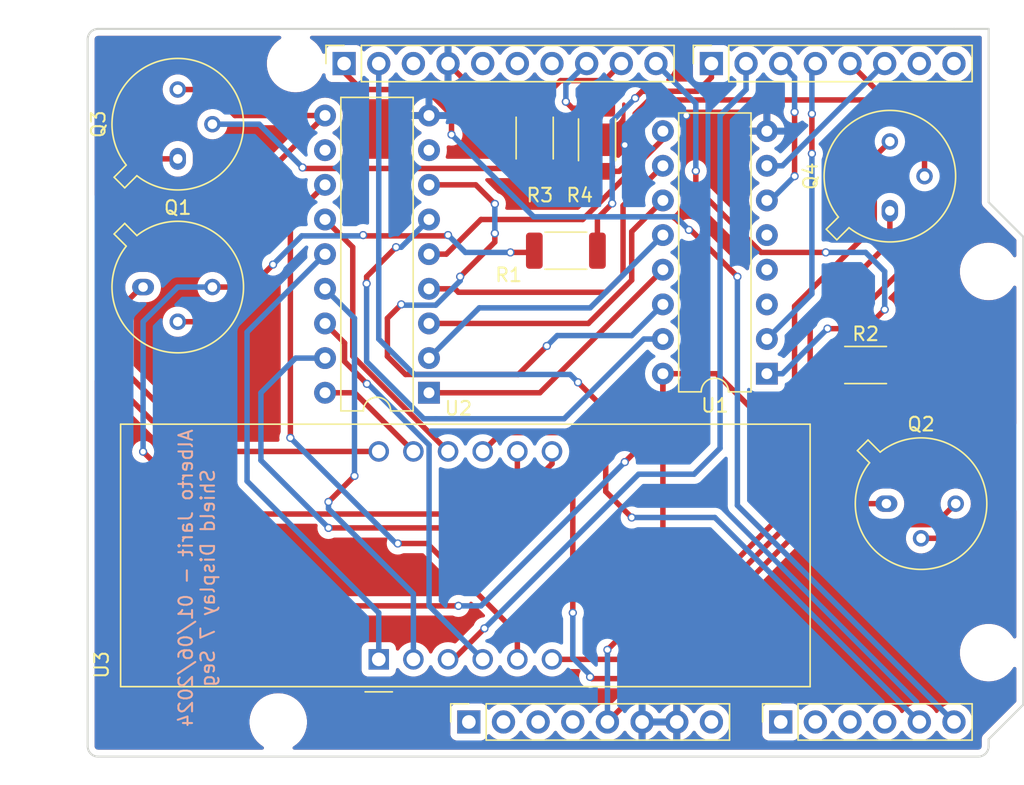
<source format=kicad_pcb>
(kicad_pcb (version 20211014) (generator pcbnew)
  (title_block (date "mar. 31 mars 2015"))
  (layers (0 "F.Cu" signal) (31 "B.Cu" signal) (34 "B.Paste" user) (35 "F.Paste" user) (36 "B.SilkS" user "B.Silkscreen") (37 "F.SilkS" user "F.Silkscreen") (38 "B.Mask" user) (39 "F.Mask" user) (44 "Edge.Cuts" user))
  (net 0 "")
  (net 1 "GND")
  (net 3 "+5V")
  (net 4 "/IOREF")
  (net 5 "/A0")
  (net 6 "/A1")
  (net 7 "/A2")
  (net 8 "/A3")
  (net 9 "/SDA{slash}A4")
  (net 10 "/SCL{slash}A5")
  (net 11 "/13")
  (net 12 "/12")
  (net 13 "/AREF")
  (net 14 "/8")
  (net 15 "/7")
  (net 16 "/*11")
  (net 17 "/*10")
  (net 18 "/*9")
  (net 19 "/4")
  (net 20 "/2")
  (net 21 "/*6")
  (net 22 "/*5")
  (net 23 "/TX{slash}1")
  (net 24 "/*3")
  (net 25 "/RX{slash}0")
  (net 26 "+3V3")
  (net 27 "VCC")
  (net 28 "/~{RESET}")
  (net 29 "Net-(Q1-Pad1)")
  (net 30 "Net-(Q1-Pad2)")
  (net 31 "Net-(Q2-Pad1)")
  (net 32 "Net-(Q2-Pad2)")
  (net 33 "Net-(Q3-Pad1)")
  (net 34 "Net-(Q3-Pad2)")
  (net 35 "Net-(Q4-Pad1)")
  (net 36 "Net-(Q4-Pad2)")
  (net 40 "Net-(U1-Pad9)")
  (net 41 "Net-(U1-Pad10)")
  (net 42 "Net-(U1-Pad11)")
  (net 43 "Net-(U1-Pad12)")
  (net 44 "Net-(U1-Pad13)")
  (net 45 "Net-(U1-Pad14)")
  (net 46 "Net-(U1-Pad15)")
  (net 49 "Net-(U2-Pad12)")
  (net 50 "Net-(U2-Pad13)")
  (net 51 "Net-(U2-Pad14)")
  (net 52 "Net-(U2-Pad15)")
  (net 53 "Net-(U2-Pad16)")
  (net 54 "Net-(U2-Pad17)")
  (net 55 "Net-(U2-Pad18)")
  (footprint "Connector_PinSocket_2.54mm:PinSocket_1x08_P2.54mm_Vertical" (layer "F.Cu") (at 127.94 97.46 90)
    (fp_text reference "J1" hide)
    (fp_text value "Power")
    (fp_line (start -1.33 19.11) (end 1.33 19.11) (layer "F.SilkS") (width 0.12))
    (fp_line (start 1.33 1.27) (end 1.33 19.11) (layer "F.SilkS") (width 0.12))
    (fp_line (start -1.33 1.27) (end 1.33 1.27) (layer "F.SilkS") (width 0.12))
    (fp_line (start 0 -1.33) (end 1.33 -1.33) (layer "F.SilkS") (width 0.12))
    (fp_line (start 1.33 -1.33) (end 1.33 0) (layer "F.SilkS") (width 0.12))
    (fp_line (start -1.33 1.27) (end -1.33 19.11) (layer "F.SilkS") (width 0.12))
    (pad "1" thru_hole rect locked (at 0 0 90) (size 1.7 1.7) (drill 1) (layers *.Cu *.Mask))
    (pad "2" thru_hole oval locked (at 0 2.54 90) (size 1.7 1.7) (drill 1) (layers *.Cu *.Mask) (net 4 "/IOREF"))
    (pad "3" thru_hole oval locked (at 0 5.08 90) (size 1.7 1.7) (drill 1) (layers *.Cu *.Mask) (net 28 "/~{RESET}"))
    (pad "4" thru_hole oval locked (at 0 7.62 90) (size 1.7 1.7) (drill 1) (layers *.Cu *.Mask) (net 26 "+3V3"))
    (pad "5" thru_hole oval locked (at 0 10.16 90) (size 1.7 1.7) (drill 1) (layers *.Cu *.Mask) (net 3 "+5V"))
    (pad "6" thru_hole oval locked (at 0 12.7 90) (size 1.7 1.7) (drill 1) (layers *.Cu *.Mask) (net 1 "GND"))
    (pad "7" thru_hole oval locked (at 0 15.24 90) (size 1.7 1.7) (drill 1) (layers *.Cu *.Mask) (net 1 "GND"))
    (pad "8" thru_hole oval locked (at 0 17.78 90) (size 1.7 1.7) (drill 1) (layers *.Cu *.Mask) (net 27 "VCC"))
  )
  (footprint "Connector_PinSocket_2.54mm:PinSocket_1x06_P2.54mm_Vertical" (layer "F.Cu") (at 150.8 97.46 90)
    (fp_text reference "J3" hide)
    (fp_text value "Analog")
    (fp_line (start 1.33 1.27) (end 1.33 14.03) (layer "F.SilkS") (width 0.12))
    (fp_line (start 0 -1.33) (end 1.33 -1.33) (layer "F.SilkS") (width 0.12))
    (fp_line (start -1.33 1.27) (end 1.33 1.27) (layer "F.SilkS") (width 0.12))
    (fp_line (start -1.33 1.27) (end -1.33 14.03) (layer "F.SilkS") (width 0.12))
    (fp_line (start -1.33 14.03) (end 1.33 14.03) (layer "F.SilkS") (width 0.12))
    (fp_line (start 1.33 -1.33) (end 1.33 0) (layer "F.SilkS") (width 0.12))
    (pad "1" thru_hole rect locked (at 0 0 90) (size 1.7 1.7) (drill 1) (layers *.Cu *.Mask) (net 5 "/A0"))
    (pad "2" thru_hole oval locked (at 0 2.54 90) (size 1.7 1.7) (drill 1) (layers *.Cu *.Mask) (net 6 "/A1"))
    (pad "3" thru_hole oval locked (at 0 5.08 90) (size 1.7 1.7) (drill 1) (layers *.Cu *.Mask) (net 7 "/A2"))
    (pad "4" thru_hole oval locked (at 0 7.62 90) (size 1.7 1.7) (drill 1) (layers *.Cu *.Mask) (net 8 "/A3"))
    (pad "5" thru_hole oval locked (at 0 10.16 90) (size 1.7 1.7) (drill 1) (layers *.Cu *.Mask) (net 9 "/SDA{slash}A4"))
    (pad "6" thru_hole oval locked (at 0 12.7 90) (size 1.7 1.7) (drill 1) (layers *.Cu *.Mask) (net 10 "/SCL{slash}A5"))
  )
  (footprint "Connector_PinSocket_2.54mm:PinSocket_1x10_P2.54mm_Vertical" (layer "F.Cu") (at 118.796 49.2 90)
    (fp_text reference "J2" hide)
    (fp_text value "Digital/PWM")
    (fp_line (start -1.33 24.19) (end 1.33 24.19) (layer "F.SilkS") (width 0.12))
    (fp_line (start -1.33 1.27) (end -1.33 24.19) (layer "F.SilkS") (width 0.12))
    (fp_line (start 1.33 -1.33) (end 1.33 0) (layer "F.SilkS") (width 0.12))
    (fp_line (start 0 -1.33) (end 1.33 -1.33) (layer "F.SilkS") (width 0.12))
    (fp_line (start 1.33 1.27) (end 1.33 24.19) (layer "F.SilkS") (width 0.12))
    (fp_line (start -1.33 1.27) (end 1.33 1.27) (layer "F.SilkS") (width 0.12))
    (pad "1" thru_hole rect locked (at 0 0 90) (size 1.7 1.7) (drill 1) (layers *.Cu *.Mask) (net 10 "/SCL{slash}A5"))
    (pad "2" thru_hole oval locked (at 0 2.54 90) (size 1.7 1.7) (drill 1) (layers *.Cu *.Mask) (net 9 "/SDA{slash}A4"))
    (pad "3" thru_hole oval locked (at 0 5.08 90) (size 1.7 1.7) (drill 1) (layers *.Cu *.Mask) (net 13 "/AREF"))
    (pad "4" thru_hole oval locked (at 0 7.62 90) (size 1.7 1.7) (drill 1) (layers *.Cu *.Mask) (net 1 "GND"))
    (pad "5" thru_hole oval locked (at 0 10.16 90) (size 1.7 1.7) (drill 1) (layers *.Cu *.Mask) (net 11 "/13"))
    (pad "6" thru_hole oval locked (at 0 12.7 90) (size 1.7 1.7) (drill 1) (layers *.Cu *.Mask) (net 12 "/12"))
    (pad "7" thru_hole oval locked (at 0 15.24 90) (size 1.7 1.7) (drill 1) (layers *.Cu *.Mask) (net 16 "/*11"))
    (pad "8" thru_hole oval locked (at 0 17.78 90) (size 1.7 1.7) (drill 1) (layers *.Cu *.Mask) (net 17 "/*10"))
    (pad "9" thru_hole oval locked (at 0 20.32 90) (size 1.7 1.7) (drill 1) (layers *.Cu *.Mask) (net 18 "/*9"))
    (pad "10" thru_hole oval locked (at 0 22.86 90) (size 1.7 1.7) (drill 1) (layers *.Cu *.Mask) (net 14 "/8"))
  )
  (footprint "Connector_PinSocket_2.54mm:PinSocket_1x08_P2.54mm_Vertical" (layer "F.Cu") (at 145.72 49.2 90)
    (fp_text reference "J4" hide)
    (fp_text value "Digital/PWM")
    (fp_line (start -1.33 19.11) (end 1.33 19.11) (layer "F.SilkS") (width 0.12))
    (fp_line (start -1.33 1.27) (end -1.33 19.11) (layer "F.SilkS") (width 0.12))
    (fp_line (start 0 -1.33) (end 1.33 -1.33) (layer "F.SilkS") (width 0.12))
    (fp_line (start -1.33 1.27) (end 1.33 1.27) (layer "F.SilkS") (width 0.12))
    (fp_line (start 1.33 -1.33) (end 1.33 0) (layer "F.SilkS") (width 0.12))
    (fp_line (start 1.33 1.27) (end 1.33 19.11) (layer "F.SilkS") (width 0.12))
    (pad "1" thru_hole rect locked (at 0 0 90) (size 1.7 1.7) (drill 1) (layers *.Cu *.Mask) (net 15 "/7"))
    (pad "2" thru_hole oval locked (at 0 2.54 90) (size 1.7 1.7) (drill 1) (layers *.Cu *.Mask) (net 21 "/*6"))
    (pad "3" thru_hole oval locked (at 0 5.08 90) (size 1.7 1.7) (drill 1) (layers *.Cu *.Mask) (net 22 "/*5"))
    (pad "4" thru_hole oval locked (at 0 7.62 90) (size 1.7 1.7) (drill 1) (layers *.Cu *.Mask) (net 19 "/4"))
    (pad "5" thru_hole oval locked (at 0 10.16 90) (size 1.7 1.7) (drill 1) (layers *.Cu *.Mask) (net 24 "/*3"))
    (pad "6" thru_hole oval locked (at 0 12.7 90) (size 1.7 1.7) (drill 1) (layers *.Cu *.Mask) (net 20 "/2"))
    (pad "7" thru_hole oval locked (at 0 15.24 90) (size 1.7 1.7) (drill 1) (layers *.Cu *.Mask) (net 23 "/TX{slash}1"))
    (pad "8" thru_hole oval locked (at 0 17.78 90) (size 1.7 1.7) (drill 1) (layers *.Cu *.Mask) (net 25 "/RX{slash}0"))
  )
  (footprint "Resistor_SMD:R_2010_5025Metric" (layer "F.Cu") (at 137.338 54.788 -90)
    (fp_text reference "R4" (at 4.064 1.27 180) (layer "F.SilkS"))
    (fp_text value "10k")
    (fp_line (start -1.527064 -1.36) (end 1.527064 -1.36) (layer "F.SilkS") (width 0.12))
    (fp_line (start -1.527064 1.36) (end 1.527064 1.36) (layer "F.SilkS") (width 0.12))
    (pad "1" smd roundrect (at -2.3125 0 270) (size 1.225 2.65) (layers "F.Cu" "F.Paste" "F.Mask") (roundrect_rratio 0.2040816327) (net 17 "/*10"))
    (pad "2" smd roundrect (at 2.3125 0 270) (size 1.225 2.65) (layers "F.Cu" "F.Paste" "F.Mask") (roundrect_rratio 0.2040816327) (net 36 "Net-(Q4-Pad2)"))
  )
  (footprint "Resistor_SMD:R_2010_5025Metric" (layer "F.Cu") (at 132.766 54.661 -90)
    (fp_text reference "R3" (at 4.191 -0.381 180) (layer "F.SilkS"))
    (fp_text value "10k")
    (fp_line (start -1.527064 -1.36) (end 1.527064 -1.36) (layer "F.SilkS") (width 0.12))
    (fp_line (start -1.527064 1.36) (end 1.527064 1.36) (layer "F.SilkS") (width 0.12))
    (pad "1" smd roundrect (at -2.3125 0 270) (size 1.225 2.65) (layers "F.Cu" "F.Paste" "F.Mask") (roundrect_rratio 0.2040816327) (net 18 "/*9"))
    (pad "2" smd roundrect (at 2.3125 0 270) (size 1.225 2.65) (layers "F.Cu" "F.Paste" "F.Mask") (roundrect_rratio 0.2040816327) (net 34 "Net-(Q3-Pad2)"))
  )
  (footprint "Display_7Segment:CA56-12EWA" (layer "F.Cu") (at 121.336 92.8725 90)
    (fp_text reference "U3" (at -0.4 -20.31 90) (layer "F.SilkS"))
    (fp_text value "CA56-12EWA")
    (fp_line (start 17.24 31.62) (end 17.24 -18.92) (layer "F.SilkS") (width 0.12))
    (fp_line (start -2.38 -1) (end -2.38 1) (layer "F.SilkS") (width 0.12))
    (fp_line (start -2 31.62) (end 17.24 31.62) (layer "F.SilkS") (width 0.12))
    (fp_line (start -2 -18.92) (end -2 31.62) (layer "F.SilkS") (width 0.12))
    (fp_line (start -2 -18.92) (end 17.24 -18.92) (layer "F.SilkS") (width 0.12))
    (pad "1" thru_hole rect (at 0 0 90) (size 1.5 1.5) (drill 1) (layers *.Cu *.Mask) (net 51 "Net-(U2-Pad14)"))
    (pad "2" thru_hole circle (at 0 2.54 90) (size 1.5 1.5) (drill 1) (layers *.Cu *.Mask) (net 52 "Net-(U2-Pad15)"))
    (pad "3" thru_hole circle (at 0 5.08 90) (size 1.5 1.5) (drill 1) (layers *.Cu *.Mask) (net 21 "/*6"))
    (pad "4" thru_hole circle (at 0 7.62 90) (size 1.5 1.5) (drill 1) (layers *.Cu *.Mask) (net 53 "Net-(U2-Pad16)"))
    (pad "5" thru_hole circle (at 0 10.16 90) (size 1.5 1.5) (drill 1) (layers *.Cu *.Mask) (net 49 "Net-(U2-Pad12)"))
    (pad "6" thru_hole circle (at 0 12.7 90) (size 1.5 1.5) (drill 1) (layers *.Cu *.Mask) (net 35 "Net-(Q4-Pad1)"))
    (pad "7" thru_hole circle (at 15.24 12.7 90) (size 1.5 1.5) (drill 1) (layers *.Cu *.Mask) (net 54 "Net-(U2-Pad17)"))
    (pad "8" thru_hole circle (at 15.24 10.16 90) (size 1.5 1.5) (drill 1) (layers *.Cu *.Mask) (net 33 "Net-(Q3-Pad1)"))
    (pad "9" thru_hole circle (at 15.24 7.62 90) (size 1.5 1.5) (drill 1) (layers *.Cu *.Mask) (net 31 "Net-(Q2-Pad1)"))
    (pad "10" thru_hole circle (at 15.24 5.08 90) (size 1.5 1.5) (drill 1) (layers *.Cu *.Mask) (net 50 "Net-(U2-Pad13)"))
    (pad "11" thru_hole circle (at 15.24 2.54 90) (size 1.5 1.5) (drill 1) (layers *.Cu *.Mask) (net 55 "Net-(U2-Pad18)"))
    (pad "12" thru_hole circle (at 15.24 0 90) (size 1.5 1.5) (drill 1) (layers *.Cu *.Mask) (net 29 "Net-(Q1-Pad1)"))
  )
  (footprint "Package_TO_SOT_THT:TO-39-3" (layer "F.Cu") (at 158.801 59.995 90)
    (fp_text reference "Q4" (at 2.54 -5.82 90) (layer "F.SilkS"))
    (fp_text value "2N2219")
    (fp_line (start -1.348039 -4.665856) (end -2.125856 -3.888039) (layer "F.SilkS") (width 0.12))
    (fp_line (start -0.457084 -3.774902) (end -1.348039 -4.665856) (layer "F.SilkS") (width 0.12))
    (fp_line (start -2.125856 -3.888039) (end -1.234902 -2.997084) (layer "F.SilkS") (width 0.12))
    (fp_arc (start -0.457084 -3.774902) (mid 5.948125 3.408384) (end -1.234674 -2.997371) (layer "F.SilkS") (width 0.12))
    (pad "1" thru_hole oval (at 0 0 90) (size 1.6 1.2) (drill 0.7) (layers *.Cu *.Mask) (net 35 "Net-(Q4-Pad1)"))
    (pad "2" thru_hole oval (at 2.54 2.54 90) (size 1.2 1.2) (drill 0.7) (layers *.Cu *.Mask) (net 36 "Net-(Q4-Pad2)"))
    (pad "3" thru_hole oval (at 5.08 0 90) (size 1.2 1.2) (drill 0.7) (layers *.Cu *.Mask) (net 3 "+5V"))
  )
  (footprint "Package_TO_SOT_THT:TO-39-3" (layer "F.Cu") (at 158.547 81.458)
    (fp_text reference "Q2" (at 2.54 -5.82) (layer "F.SilkS"))
    (fp_text value "2N2219")
    (fp_line (start -0.457084 -3.774902) (end -1.348039 -4.665856) (layer "F.SilkS") (width 0.12))
    (fp_line (start -1.348039 -4.665856) (end -2.125856 -3.888039) (layer "F.SilkS") (width 0.12))
    (fp_line (start -2.125856 -3.888039) (end -1.234902 -2.997084) (layer "F.SilkS") (width 0.12))
    (fp_arc (start -0.457084 -3.774902) (mid 5.948125 3.408384) (end -1.234674 -2.997371) (layer "F.SilkS") (width 0.12))
    (pad "1" thru_hole oval (at 0 0) (size 1.6 1.2) (drill 0.7) (layers *.Cu *.Mask) (net 31 "Net-(Q2-Pad1)"))
    (pad "2" thru_hole oval (at 2.54 2.54) (size 1.2 1.2) (drill 0.7) (layers *.Cu *.Mask) (net 32 "Net-(Q2-Pad2)"))
    (pad "3" thru_hole oval (at 5.08 0) (size 1.2 1.2) (drill 0.7) (layers *.Cu *.Mask) (net 3 "+5V"))
  )
  (footprint "Package_DIP:DIP-16_W7.62mm" (layer "F.Cu") (at 149.784 71.933 180)
    (fp_text reference "U1" (at 3.81 -2.33) (layer "F.SilkS"))
    (fp_text value "74LS247")
    (fp_line (start 2.81 -1.33) (end 1.16 -1.33) (layer "F.SilkS") (width 0.12))
    (fp_line (start 1.16 19.11) (end 6.46 19.11) (layer "F.SilkS") (width 0.12))
    (fp_line (start 6.46 19.11) (end 6.46 -1.33) (layer "F.SilkS") (width 0.12))
    (fp_line (start 6.46 -1.33) (end 4.81 -1.33) (layer "F.SilkS") (width 0.12))
    (fp_line (start 1.16 -1.33) (end 1.16 19.11) (layer "F.SilkS") (width 0.12))
    (fp_arc (start 4.81 -1.33) (mid 3.81 -0.33) (end 2.81 -1.33) (layer "F.SilkS") (width 0.12))
    (pad "1" thru_hole rect (at 0 0 180) (size 1.6 1.6) (drill 0.8) (layers *.Cu *.Mask) (net 24 "/*3"))
    (pad "2" thru_hole oval (at 0 2.54 180) (size 1.6 1.6) (drill 0.8) (layers *.Cu *.Mask) (net 19 "/4"))
    (pad "3" thru_hole oval (at 0 5.08 180) (size 1.6 1.6) (drill 0.8) (layers *.Cu *.Mask))
    (pad "4" thru_hole oval (at 0 7.62 180) (size 1.6 1.6) (drill 0.8) (layers *.Cu *.Mask))
    (pad "5" thru_hole oval (at 0 10.16 180) (size 1.6 1.6) (drill 0.8) (layers *.Cu *.Mask))
    (pad "6" thru_hole oval (at 0 12.7 180) (size 1.6 1.6) (drill 0.8) (layers *.Cu *.Mask) (net 22 "/*5"))
    (pad "7" thru_hole oval (at 0 15.24 180) (size 1.6 1.6) (drill 0.8) (layers *.Cu *.Mask) (net 20 "/2"))
    (pad "8" thru_hole oval (at 0 17.78 180) (size 1.6 1.6) (drill 0.8) (layers *.Cu *.Mask) (net 1 "GND"))
    (pad "9" thru_hole oval (at 7.62 17.78 180) (size 1.6 1.6) (drill 0.8) (layers *.Cu *.Mask) (net 40 "Net-(U1-Pad9)"))
    (pad "10" thru_hole oval (at 7.62 15.24 180) (size 1.6 1.6) (drill 0.8) (layers *.Cu *.Mask) (net 41 "Net-(U1-Pad10)"))
    (pad "11" thru_hole oval (at 7.62 12.7 180) (size 1.6 1.6) (drill 0.8) (layers *.Cu *.Mask) (net 42 "Net-(U1-Pad11)"))
    (pad "12" thru_hole oval (at 7.62 10.16 180) (size 1.6 1.6) (drill 0.8) (layers *.Cu *.Mask) (net 43 "Net-(U1-Pad12)"))
    (pad "13" thru_hole oval (at 7.62 7.62 180) (size 1.6 1.6) (drill 0.8) (layers *.Cu *.Mask) (net 44 "Net-(U1-Pad13)"))
    (pad "14" thru_hole oval (at 7.62 5.08 180) (size 1.6 1.6) (drill 0.8) (layers *.Cu *.Mask) (net 45 "Net-(U1-Pad14)"))
    (pad "15" thru_hole oval (at 7.62 2.54 180) (size 1.6 1.6) (drill 0.8) (layers *.Cu *.Mask) (net 46 "Net-(U1-Pad15)"))
    (pad "16" thru_hole oval (at 7.62 0 180) (size 1.6 1.6) (drill 0.8) (layers *.Cu *.Mask) (net 3 "+5V"))
  )
  (footprint "Arduino_MountingHole:MountingHole_3.2mm" (layer "F.Cu") (at 115.24 49.2)
    (fp_text reference "MH1" hide)
    (fp_text value "MountingHole_3.2mm" hide)
    (pad "" np_thru_hole circle locked (at 0 0) (size 3.2 3.2) (drill 3.2) (layers *.Cu *.Mask))
  )
  (footprint "Package_TO_SOT_THT:TO-39-3" (layer "F.Cu") (at 104.064 65.583)
    (fp_text reference "Q1" (at 2.54 -5.82) (layer "F.SilkS"))
    (fp_text value "2N2219")
    (fp_line (start -0.457084 -3.774902) (end -1.348039 -4.665856) (layer "F.SilkS") (width 0.12))
    (fp_line (start -2.125856 -3.888039) (end -1.234902 -2.997084) (layer "F.SilkS") (width 0.12))
    (fp_line (start -1.348039 -4.665856) (end -2.125856 -3.888039) (layer "F.SilkS") (width 0.12))
    (fp_arc (start -0.457084 -3.774902) (mid 5.948125 3.408384) (end -1.234674 -2.997371) (layer "F.SilkS") (width 0.12))
    (pad "1" thru_hole oval (at 0 0) (size 1.6 1.2) (drill 0.7) (layers *.Cu *.Mask) (net 29 "Net-(Q1-Pad1)"))
    (pad "2" thru_hole oval (at 2.54 2.54) (size 1.2 1.2) (drill 0.7) (layers *.Cu *.Mask) (net 30 "Net-(Q1-Pad2)"))
    (pad "3" thru_hole oval (at 5.08 0) (size 1.2 1.2) (drill 0.7) (layers *.Cu *.Mask) (net 3 "+5V"))
  )
  (footprint "Package_DIP:DIP-18_W7.62mm" (layer "F.Cu") (at 125.019 73.33 180)
    (fp_text reference "U2" (at -2.159 -1.143) (layer "F.SilkS"))
    (fp_text value "ULN2803A")
    (fp_line (start 6.46 21.65) (end 6.46 -1.33) (layer "F.SilkS") (width 0.12))
    (fp_line (start 1.16 21.65) (end 6.46 21.65) (layer "F.SilkS") (width 0.12))
    (fp_line (start 6.46 -1.33) (end 4.81 -1.33) (layer "F.SilkS") (width 0.12))
    (fp_line (start 2.81 -1.33) (end 1.16 -1.33) (layer "F.SilkS") (width 0.12))
    (fp_line (start 1.16 -1.33) (end 1.16 21.65) (layer "F.SilkS") (width 0.12))
    (fp_arc (start 4.81 -1.33) (mid 3.81 -0.33) (end 2.81 -1.33) (layer "F.SilkS") (width 0.12))
    (pad "1" thru_hole rect (at 0 0 180) (size 1.6 1.6) (drill 0.8) (layers *.Cu *.Mask) (net 44 "Net-(U1-Pad13)"))
    (pad "2" thru_hole oval (at 0 2.54 180) (size 1.6 1.6) (drill 0.8) (layers *.Cu *.Mask) (net 43 "Net-(U1-Pad12)"))
    (pad "3" thru_hole oval (at 0 5.08 180) (size 1.6 1.6) (drill 0.8) (layers *.Cu *.Mask) (net 42 "Net-(U1-Pad11)"))
    (pad "4" thru_hole oval (at 0 7.62 180) (size 1.6 1.6) (drill 0.8) (layers *.Cu *.Mask) (net 41 "Net-(U1-Pad10)"))
    (pad "5" thru_hole oval (at 0 10.16 180) (size 1.6 1.6) (drill 0.8) (layers *.Cu *.Mask) (net 40 "Net-(U1-Pad9)"))
    (pad "6" thru_hole oval (at 0 12.7 180) (size 1.6 1.6) (drill 0.8) (layers *.Cu *.Mask) (net 46 "Net-(U1-Pad15)"))
    (pad "7" thru_hole oval (at 0 15.24 180) (size 1.6 1.6) (drill 0.8) (layers *.Cu *.Mask) (net 45 "Net-(U1-Pad14)"))
    (pad "8" thru_hole oval (at 0 17.78 180) (size 1.6 1.6) (drill 0.8) (layers *.Cu *.Mask))
    (pad "9" thru_hole oval (at 0 20.32 180) (size 1.6 1.6) (drill 0.8) (layers *.Cu *.Mask) (net 1 "GND"))
    (pad "10" thru_hole oval (at 7.62 20.32 180) (size 1.6 1.6) (drill 0.8) (layers *.Cu *.Mask) (net 3 "+5V"))
    (pad "11" thru_hole oval (at 7.62 17.78 180) (size 1.6 1.6) (drill 0.8) (layers *.Cu *.Mask))
    (pad "12" thru_hole oval (at 7.62 15.24 180) (size 1.6 1.6) (drill 0.8) (layers *.Cu *.Mask) (net 49 "Net-(U2-Pad12)"))
    (pad "13" thru_hole oval (at 7.62 12.7 180) (size 1.6 1.6) (drill 0.8) (layers *.Cu *.Mask) (net 50 "Net-(U2-Pad13)"))
    (pad "14" thru_hole oval (at 7.62 10.16 180) (size 1.6 1.6) (drill 0.8) (layers *.Cu *.Mask) (net 51 "Net-(U2-Pad14)"))
    (pad "15" thru_hole oval (at 7.62 7.62 180) (size 1.6 1.6) (drill 0.8) (layers *.Cu *.Mask) (net 52 "Net-(U2-Pad15)"))
    (pad "16" thru_hole oval (at 7.62 5.08 180) (size 1.6 1.6) (drill 0.8) (layers *.Cu *.Mask) (net 53 "Net-(U2-Pad16)"))
    (pad "17" thru_hole oval (at 7.62 2.54 180) (size 1.6 1.6) (drill 0.8) (layers *.Cu *.Mask) (net 54 "Net-(U2-Pad17)"))
    (pad "18" thru_hole oval (at 7.62 0 180) (size 1.6 1.6) (drill 0.8) (layers *.Cu *.Mask) (net 55 "Net-(U2-Pad18)"))
  )
  (footprint "Resistor_SMD:R_2010_5025Metric" (layer "F.Cu") (at 157.023 71.298)
    (fp_text reference "R2" (at 0 -2.28) (layer "F.SilkS"))
    (fp_text value "10k")
    (fp_line (start -1.527064 -1.36) (end 1.527064 -1.36) (layer "F.SilkS") (width 0.12))
    (fp_line (start -1.527064 1.36) (end 1.527064 1.36) (layer "F.SilkS") (width 0.12))
    (pad "1" smd roundrect (at -2.3125 0) (size 1.225 2.65) (layers "F.Cu" "F.Paste" "F.Mask") (roundrect_rratio 0.2040816327) (net 14 "/8"))
    (pad "2" smd roundrect (at 2.3125 0) (size 1.225 2.65) (layers "F.Cu" "F.Paste" "F.Mask") (roundrect_rratio 0.2040816327) (net 32 "Net-(Q2-Pad2)"))
  )
  (footprint "Arduino_MountingHole:MountingHole_3.2mm" (layer "F.Cu") (at 113.97 97.46)
    (fp_text reference "MH2" hide)
    (fp_text value "MountingHole_3.2mm" hide)
    (pad "" np_thru_hole circle locked (at 0 0) (size 3.2 3.2) (drill 3.2) (layers *.Cu *.Mask))
  )
  (footprint "Arduino_MountingHole:MountingHole_3.2mm" (layer "F.Cu") (at 166.04 64.44)
    (fp_text reference "MH3" hide)
    (fp_text value "MountingHole_3.2mm" hide)
    (pad "" np_thru_hole circle locked (at 0 0) (size 3.2 3.2) (drill 3.2) (layers *.Cu *.Mask))
  )
  (footprint "Arduino_MountingHole:MountingHole_3.2mm" (layer "F.Cu") (at 166.04 92.38)
    (fp_text reference "MH4" hide)
    (fp_text value "MountingHole_3.2mm" hide)
    (pad "" np_thru_hole circle locked (at 0 0) (size 3.2 3.2) (drill 3.2) (layers *.Cu *.Mask))
  )
  (footprint "Resistor_SMD:R_2010_5025Metric" (layer "F.Cu") (at 135.052 62.916 180)
    (fp_text reference "R1" (at 4.191 -1.778) (layer "F.SilkS"))
    (fp_text value "10k")
    (fp_line (start -1.527064 1.36) (end 1.527064 1.36) (layer "F.SilkS") (width 0.12))
    (fp_line (start -1.527064 -1.36) (end 1.527064 -1.36) (layer "F.SilkS") (width 0.12))
    (pad "1" smd roundrect (at -2.3125 0 180) (size 1.225 2.65) (layers "F.Cu" "F.Paste" "F.Mask") (roundrect_rratio 0.2040816327) (net 15 "/7"))
    (pad "2" smd roundrect (at 2.3125 0 180) (size 1.225 2.65) (layers "F.Cu" "F.Paste" "F.Mask") (roundrect_rratio 0.2040816327) (net 30 "Net-(Q1-Pad2)"))
  )
  (footprint "Package_TO_SOT_THT:TO-39-3" (layer "F.Cu") (at 106.604 56.185 90)
    (fp_text reference "Q3" (at 2.54 -5.82 90) (layer "F.SilkS"))
    (fp_text value "2N2219")
    (fp_line (start -1.348039 -4.665856) (end -2.125856 -3.888039) (layer "F.SilkS") (width 0.12))
    (fp_line (start -2.125856 -3.888039) (end -1.234902 -2.997084) (layer "F.SilkS") (width 0.12))
    (fp_line (start -0.457084 -3.774902) (end -1.348039 -4.665856) (layer "F.SilkS") (width 0.12))
    (fp_arc (start -0.457084 -3.774902) (mid 5.948125 3.408384) (end -1.234674 -2.997371) (layer "F.SilkS") (width 0.12))
    (pad "1" thru_hole oval (at 0 0 90) (size 1.6 1.2) (drill 0.7) (layers *.Cu *.Mask) (net 33 "Net-(Q3-Pad1)"))
    (pad "2" thru_hole oval (at 2.54 2.54 90) (size 1.2 1.2) (drill 0.7) (layers *.Cu *.Mask) (net 34 "Net-(Q3-Pad2)"))
    (pad "3" thru_hole oval (at 5.08 0 90) (size 1.2 1.2) (drill 0.7) (layers *.Cu *.Mask) (net 3 "+5V"))
  )
  (gr_line (start 166.04 59.36) (end 168.58 61.9) (layer "Edge.Cuts") (width 0.15))
  (gr_line (start 100 99.238) (end 100 47.422) (layer "Edge.Cuts") (width 0.15))
  (gr_line (start 166.04 49.2) (end 166.04 46.66) (layer "Edge.Cuts") (width 0.15))
  (gr_line (start 168.58 61.9) (end 168.58 96.19) (layer "Edge.Cuts") (width 0.15))
  (gr_line (start 165.278 100) (end 100.762 100) (layer "Edge.Cuts") (width 0.15))
  (gr_line (start 100.762 46.66) (end 163.5 46.66) (layer "Edge.Cuts") (width 0.15))
  (gr_arc (start 100.762 100) (mid 100.223185 99.776815) (end 100 99.238) (layer "Edge.Cuts") (width 0.15))
  (gr_line (start 168.58 96.19) (end 166.04 98.73) (layer "Edge.Cuts") (width 0.15))
  (gr_line (start 163.5 46.66) (end 166.04 46.66) (layer "Edge.Cuts") (width 0.15))
  (gr_arc (start 166.04 99.238) (mid 165.816815 99.776815) (end 165.278 100) (layer "Edge.Cuts") (width 0.15))
  (gr_line (start 166.04 49.2) (end 166.04 59.36) (layer "Edge.Cuts") (width 0.15))
  (gr_line (start 166.04 98.73) (end 166.04 99.238) (layer "Edge.Cuts") (width 0.15))
  (gr_arc (start 100 47.422) (mid 100.223185 46.883185) (end 100.762 46.66) (layer "Edge.Cuts") (width 0.15))
  (gr_text "Alberto Jarit - 01/06/2024\nShield Display 7 Seg" (at 108.001 86.919 90) (layer "B.SilkS") (effects (font (size 1 1)) (justify mirror)))
  (segment (start 149.784 54.153) (end 145.0205 54.153) (width 0.4) (layer "F.Cu") (net 1))
  (segment (start 145.0205 54.153) (end 143.8775 53.01) (width 0.4) (layer "F.Cu") (net 1))
  (segment (start 132.385 55.169) (end 126.416 49.2) (width 0.4) (layer "F.Cu") (net 1))
  (segment (start 139.37 55.169) (end 132.385 55.169) (width 0.4) (layer "F.Cu") (net 1))
  (via (at 143.8775 53.01) (size 0.6) (drill 0.4) (layers "F.Cu" "B.Cu") (net 1))
  (via (at 139.37 55.169) (size 0.6) (drill 0.4) (layers "F.Cu" "B.Cu") (net 1))
  (segment (start 143.8205 52.953) (end 141.586 52.953) (width 0.4) (layer "B.Cu") (net 1))
  (segment (start 143.8775 53.01) (end 143.8205 52.953) (width 0.4) (layer "B.Cu") (net 1))
  (segment (start 141.586 52.953) (end 139.37 55.169) (width 0.4) (layer "B.Cu") (net 1))
  (segment (start 146.101 71.933) (end 148.641 74.473) (width 0.4) (layer "F.Cu") (net 3))
  (segment (start 142.164 75.616) (end 139.37 78.41) (width 0.4) (layer "F.Cu") (net 3))
  (segment (start 108.89 51.105) (end 106.604 51.105) (width 0.4) (layer "F.Cu") (net 3))
  (segment (start 142.164 71.933) (end 142.164 75.616) (width 0.4) (layer "F.Cu") (net 3))
  (segment (start 150.292 74.473) (end 151.816 72.949) (width 0.4) (layer "F.Cu") (net 3))
  (segment (start 148.641 74.473) (end 150.292 74.473) (width 0.4) (layer "F.Cu") (net 3))
  (segment (start 142.164 88.109) (end 138.1 92.173) (width 0.4) (layer "F.Cu") (net 3))
  (segment (start 110.414 65.583) (end 109.144 65.583) (width 0.4) (layer "F.Cu") (net 3))
  (segment (start 112.954 57.455) (end 112.954 63.043) (width 0.4) (layer "F.Cu") (net 3))
  (segment (start 142.164 71.933) (end 146.101 71.933) (width 0.4) (layer "F.Cu") (net 3))
  (segment (start 110.795 53.01) (end 108.89 51.105) (width 0.4) (layer "F.Cu") (net 3))
  (segment (start 152.562 82.998) (end 138.1 97.46) (width 0.4) (layer "F.Cu") (net 3))
  (segment (start 142.164 71.933) (end 142.164 88.109) (width 0.4) (layer "F.Cu") (net 3))
  (segment (start 151.816 66.98) (end 157.658 61.138) (width 0.4) (layer "F.Cu") (net 3))
  (segment (start 117.399 53.01) (end 110.795 53.01) (width 0.4) (layer "F.Cu") (net 3))
  (segment (start 163.627 81.458) (end 162.087 82.998) (width 0.4) (layer "F.Cu") (net 3))
  (segment (start 127.178 88.951) (end 115.367 88.951) (width 0.4) (layer "F.Cu") (net 3))
  (segment (start 117.399 53.01) (end 112.954 57.455) (width 0.4) (layer "F.Cu") (net 3))
  (segment (start 162.087 82.998) (end 152.562 82.998) (width 0.4) (layer "F.Cu") (net 3))
  (segment (start 112.954 63.043) (end 110.414 65.583) (width 0.4) (layer "F.Cu") (net 3))
  (segment (start 115.367 88.951) (end 104.064 77.648) (width 0.4) (layer "F.Cu") (net 3))
  (segment (start 157.658 56.058) (end 158.801 54.915) (width 0.4) (layer "F.Cu") (net 3))
  (segment (start 157.658 61.138) (end 157.658 56.058) (width 0.4) (layer "F.Cu") (net 3))
  (segment (start 151.816 72.949) (end 151.816 66.98) (width 0.4) (layer "F.Cu") (net 3))
  (via (at 104.064 77.648) (size 0.6) (drill 0.4) (layers "F.Cu" "B.Cu") (net 3))
  (via (at 139.37 78.41) (size 0.6) (drill 0.4) (layers "F.Cu" "B.Cu") (net 3))
  (via (at 138.1 92.173) (size 0.6) (drill 0.4) (layers "F.Cu" "B.Cu") (net 3))
  (via (at 127.178 88.951) (size 0.6) (drill 0.4) (layers "F.Cu" "B.Cu") (net 3))
  (segment (start 106.604 65.583) (end 109.144 65.583) (width 0.4) (layer "B.Cu") (net 3))
  (segment (start 128.829 88.951) (end 127.178 88.951) (width 0.4) (layer "B.Cu") (net 3))
  (segment (start 104.064 68.123) (end 106.604 65.583) (width 0.4) (layer "B.Cu") (net 3))
  (segment (start 104.064 77.648) (end 104.064 68.123) (width 0.4) (layer "B.Cu") (net 3))
  (segment (start 138.1 92.173) (end 138.1 97.46) (width 0.4) (layer "B.Cu") (net 3))
  (segment (start 139.37 78.41) (end 128.829 88.951) (width 0.4) (layer "B.Cu") (net 3))
  (segment (start 137.973 80.569) (end 137.973 79.045) (width 0.4) (layer "F.Cu") (net 9))
  (segment (start 139.878 82.474) (end 137.973 80.569) (width 0.4) (layer "F.Cu") (net 9))
  (segment (start 137.973 74.6) (end 135.941 72.568) (width 0.4) (layer "F.Cu") (net 9))
  (segment (start 137.973 79.045) (end 137.973 74.6) (width 0.4) (layer "F.Cu") (net 9))
  (via (at 139.878 82.474) (size 0.6) (drill 0.4) (layers "F.Cu" "B.Cu") (net 9))
  (via (at 135.941 72.568) (size 0.6) (drill 0.4) (layers "F.Cu" "B.Cu") (net 9))
  (segment (start 123.933 71.99) (end 121.336 69.393) (width 0.4) (layer "B.Cu") (net 9))
  (segment (start 145.974 82.474) (end 139.878 82.474) (width 0.4) (layer "B.Cu") (net 9))
  (segment (start 135.363 71.99) (end 123.933 71.99) (width 0.4) (layer "B.Cu") (net 9))
  (segment (start 121.336 69.393) (end 121.336 49.2) (width 0.4) (layer "B.Cu") (net 9))
  (segment (start 135.941 72.568) (end 135.363 71.99) (width 0.4) (layer "B.Cu") (net 9))
  (segment (start 160.96 97.46) (end 145.974 82.474) (width 0.4) (layer "B.Cu") (net 9))
  (segment (start 126.67 52.963943) (end 124.811057 51.105) (width 0.4) (layer "F.Cu") (net 10))
  (segment (start 144.196 61.392) (end 144.069 61.392) (width 0.4) (layer "F.Cu") (net 10))
  (segment (start 118.796 49.835) (end 118.796 49.2) (width 0.4) (layer "F.Cu") (net 10))
  (segment (start 126.67 54.407) (end 126.67 52.963943) (width 0.4) (layer "F.Cu") (net 10))
  (segment (start 147.625 64.821) (end 144.196 61.392) (width 0.4) (layer "F.Cu") (net 10))
  (segment (start 120.066 51.105) (end 118.796 49.835) (width 0.4) (layer "F.Cu") (net 10))
  (segment (start 124.811057 51.105) (end 120.066 51.105) (width 0.4) (layer "F.Cu") (net 10))
  (via (at 126.67 54.407) (size 0.6) (drill 0.4) (layers "F.Cu" "B.Cu") (net 10))
  (via (at 147.625 64.821) (size 0.6) (drill 0.4) (layers "F.Cu" "B.Cu") (net 10))
  (via (at 144.069 61.392) (size 0.6) (drill 0.4) (layers "F.Cu" "B.Cu") (net 10))
  (segment (start 143.11 60.433) (end 132.696 60.433) (width 0.4) (layer "B.Cu") (net 10))
  (segment (start 163.5 97.46) (end 147.625 81.585) (width 0.4) (layer "B.Cu") (net 10))
  (segment (start 144.069 61.392) (end 143.11 60.433) (width 0.4) (layer "B.Cu") (net 10))
  (segment (start 147.625 81.585) (end 147.625 64.821) (width 0.4) (layer "B.Cu") (net 10))
  (segment (start 132.696 60.433) (end 126.67 54.407) (width 0.4) (layer "B.Cu") (net 10))
  (segment (start 154.7105 70.9435) (end 158.42 67.234) (width 0.4) (layer "F.Cu") (net 14))
  (segment (start 144.577 58.263057) (end 144.577 57.074) (width 0.4) (layer "F.Cu") (net 14))
  (segment (start 154.7105 71.298) (end 154.7105 70.9435) (width 0.4) (layer "F.Cu") (net 14))
  (segment (start 149.356943 63.043) (end 144.577 58.263057) (width 0.4) (layer "F.Cu") (net 14))
  (segment (start 154.102 63.043) (end 149.356943 63.043) (width 0.4) (layer "F.Cu") (net 14))
  (via (at 154.102 63.043) (size 0.6) (drill 0.4) (layers "F.Cu" "B.Cu") (net 14))
  (via (at 144.577 57.074) (size 0.6) (drill 0.4) (layers "F.Cu" "B.Cu") (net 14))
  (via (at 158.42 67.234) (size 0.6) (drill 0.4) (layers "F.Cu" "B.Cu") (net 14))
  (segment (start 157.023 63.043) (end 154.102 63.043) (width 0.4) (layer "B.Cu") (net 14))
  (segment (start 144.577 52.121) (end 141.656 49.2) (width 0.4) (layer "B.Cu") (net 14))
  (segment (start 158.42 67.234) (end 158.42 64.44) (width 0.4) (layer "B.Cu") (net 14))
  (segment (start 158.42 64.44) (end 157.023 63.043) (width 0.4) (layer "B.Cu") (net 14))
  (segment (start 144.577 57.074) (end 144.577 52.121) (width 0.4) (layer "B.Cu") (net 14))
  (segment (start 144.704 51.232) (end 145.72 50.216) (width 0.4) (layer "F.Cu") (net 15))
  (segment (start 145.72 50.216) (end 145.72 49.2) (width 0.4) (layer "F.Cu") (net 15))
  (segment (start 140.64 51.232) (end 144.704 51.232) (width 0.4) (layer "F.Cu") (net 15))
  (segment (start 137.3645 60.536272) (end 138.447386 59.453386) (width 0.4) (layer "F.Cu") (net 15))
  (segment (start 137.3645 62.916) (end 137.3645 60.536272) (width 0.4) (layer "F.Cu") (net 15))
  (segment (start 140.132 51.74) (end 140.64 51.232) (width 0.4) (layer "F.Cu") (net 15))
  (via (at 138.447386 59.453386) (size 0.6) (drill 0.4) (layers "F.Cu" "B.Cu") (net 15))
  (via (at 140.132 51.74) (size 0.6) (drill 0.4) (layers "F.Cu" "B.Cu") (net 15))
  (segment (start 138.447386 53.424614) (end 140.132 51.74) (width 0.4) (layer "B.Cu") (net 15))
  (segment (start 138.447386 59.453386) (end 138.447386 53.424614) (width 0.4) (layer "B.Cu") (net 15))
  (segment (start 135.5335 52.4755) (end 135.052 51.994) (width 0.4) (layer "F.Cu") (net 17))
  (segment (start 137.338 52.4755) (end 135.5335 52.4755) (width 0.4) (layer "F.Cu") (net 17))
  (via (at 135.052 51.994) (size 0.6) (drill 0.4) (layers "F.Cu" "B.Cu") (net 17))
  (segment (start 135.052 51.994) (end 135.052 50.724) (width 0.4) (layer "B.Cu") (net 17))
  (segment (start 135.052 50.724) (end 136.576 49.2) (width 0.4) (layer "B.Cu") (net 17))
  (segment (start 134.6645 50.45) (end 137.866 50.45) (width 0.4) (layer "F.Cu") (net 18))
  (segment (start 132.766 52.3485) (end 134.6645 50.45) (width 0.4) (layer "F.Cu") (net 18))
  (segment (start 137.866 50.45) (end 139.116 49.2) (width 0.4) (layer "F.Cu") (net 18))
  (segment (start 153.086 55.804) (end 153.086 52.883) (width 0.4) (layer "F.Cu") (net 19))
  (via (at 153.086 52.883) (size 0.6) (drill 0.4) (layers "F.Cu" "B.Cu") (net 19))
  (via (at 153.086 55.804) (size 0.6) (drill 0.4) (layers "F.Cu" "B.Cu") (net 19))
  (segment (start 153.086 66.091) (end 153.086 55.804) (width 0.4) (layer "B.Cu") (net 19))
  (segment (start 153.086 52.883) (end 153.086 49.454) (width 0.4) (layer "B.Cu") (net 19))
  (segment (start 149.784 69.393) (end 153.086 66.091) (width 0.4) (layer "B.Cu") (net 19))
  (segment (start 153.086 49.454) (end 153.34 49.2) (width 0.4) (layer "B.Cu") (net 19))
  (segment (start 149.784 56.693) (end 150.927 56.693) (width 0.4) (layer "B.Cu") (net 20))
  (segment (start 150.927 56.693) (end 158.42 49.2) (width 0.4) (layer "B.Cu") (net 20))
  (segment (start 126.416 92.8725) (end 126.8125 92.8725) (width 0.4) (layer "F.Cu") (net 21))
  (segment (start 126.8125 92.8725) (end 129.083 90.602) (width 0.4) (layer "F.Cu") (net 21))
  (via (at 129.083 90.602) (size 0.6) (drill 0.4) (layers "F.Cu" "B.Cu") (net 21))
  (segment (start 146.355 53.01) (end 148.26 51.105) (width 0.4) (layer "B.Cu") (net 21))
  (segment (start 146.355 77.394) (end 146.355 53.01) (width 0.4) (layer "B.Cu") (net 21))
  (segment (start 148.26 51.105) (end 148.26 49.2) (width 0.4) (layer "B.Cu") (net 21))
  (segment (start 140.386 79.299) (end 144.45 79.299) (width 0.4) (layer "B.Cu") (net 21))
  (segment (start 129.083 90.602) (end 140.386 79.299) (width 0.4) (layer "B.Cu") (net 21))
  (segment (start 144.45 79.299) (end 146.355 77.394) (width 0.4) (layer "B.Cu") (net 21))
  (segment (start 151.816 57.455) (end 151.816 52.756) (width 0.4) (layer "F.Cu") (net 22))
  (via (at 151.816 57.455) (size 0.6) (drill 0.4) (layers "F.Cu" "B.Cu") (net 22))
  (via (at 151.816 52.756) (size 0.6) (drill 0.4) (layers "F.Cu" "B.Cu") (net 22))
  (segment (start 150.038 59.233) (end 151.816 57.455) (width 0.4) (layer "B.Cu") (net 22))
  (segment (start 151.816 52.756) (end 151.816 50.216) (width 0.4) (layer "B.Cu") (net 22))
  (segment (start 151.816 50.216) (end 150.8 49.2) (width 0.4) (layer "B.Cu") (net 22))
  (segment (start 149.784 59.233) (end 150.038 59.233) (width 0.4) (layer "B.Cu") (net 22))
  (segment (start 157.785 51.105) (end 161.976 51.105) (width 0.4) (layer "F.Cu") (net 24))
  (segment (start 162.992 61.011) (end 155.372 68.631) (width 0.4) (layer "F.Cu") (net 24))
  (segment (start 155.372 68.631) (end 154.229 68.631) (width 0.4) (layer "F.Cu") (net 24))
  (segment (start 162.992 52.121) (end 162.992 61.011) (width 0.4) (layer "F.Cu") (net 24))
  (segment (start 161.976 51.105) (end 162.992 52.121) (width 0.4) (layer "F.Cu") (net 24))
  (segment (start 155.88 49.2) (end 157.785 51.105) (width 0.4) (layer "F.Cu") (net 24))
  (via (at 154.229 68.631) (size 0.6) (drill 0.4) (layers "F.Cu" "B.Cu") (net 24))
  (segment (start 154.229 68.631) (end 150.927 71.933) (width 0.4) (layer "B.Cu") (net 24))
  (segment (start 150.927 71.933) (end 149.784 71.933) (width 0.4) (layer "B.Cu") (net 24))
  (segment (start 102.667 66.853) (end 103.937 65.583) (width 0.4) (layer "F.Cu") (net 29))
  (segment (start 108.6205 77.6325) (end 102.667 71.679) (width 0.4) (layer "F.Cu") (net 29))
  (segment (start 102.667 71.679) (end 102.667 66.853) (width 0.4) (layer "F.Cu") (net 29))
  (segment (start 121.336 77.6325) (end 108.6205 77.6325) (width 0.4) (layer "F.Cu") (net 29))
  (segment (start 103.937 65.583) (end 104.064 65.583) (width 0.4) (layer "F.Cu") (net 29))
  (segment (start 109.398 68.123) (end 113.589 63.932) (width 0.4) (layer "F.Cu") (net 30))
  (segment (start 106.604 68.123) (end 109.398 68.123) (width 0.4) (layer "F.Cu") (net 30))
  (segment (start 132.6125 63.043) (end 132.7395 62.916) (width 0.4) (layer "F.Cu") (net 30))
  (segment (start 120.193 61.773) (end 120.25 61.83) (width 0.4) (layer "F.Cu") (net 30))
  (segment (start 126.359 61.83) (end 126.416 61.773) (width 0.4) (layer "F.Cu") (net 30))
  (segment (start 130.988 63.043) (end 132.6125 63.043) (width 0.4) (layer "F.Cu") (net 30))
  (segment (start 120.25 61.83) (end 126.359 61.83) (width 0.4) (layer "F.Cu") (net 30))
  (via (at 126.416 61.773) (size 0.6) (drill 0.4) (layers "F.Cu" "B.Cu") (net 30))
  (via (at 130.988 63.043) (size 0.6) (drill 0.4) (layers "F.Cu" "B.Cu") (net 30))
  (via (at 113.589 63.932) (size 0.6) (drill 0.4) (layers "F.Cu" "B.Cu") (net 30))
  (via (at 120.193 61.773) (size 0.6) (drill 0.4) (layers "F.Cu" "B.Cu") (net 30))
  (segment (start 120.136 61.83) (end 120.193 61.773) (width 0.4) (layer "B.Cu") (net 30))
  (segment (start 127.686 63.043) (end 130.988 63.043) (width 0.4) (layer "B.Cu") (net 30))
  (segment (start 126.416 61.773) (end 127.686 63.043) (width 0.4) (layer "B.Cu") (net 30))
  (segment (start 115.691 61.83) (end 120.136 61.83) (width 0.4) (layer "B.Cu") (net 30))
  (segment (start 113.589 63.932) (end 115.691 61.83) (width 0.4) (layer "B.Cu") (net 30))
  (segment (start 136.957 94.285) (end 136.83 94.158) (width 0.4) (layer "F.Cu") (net 31))
  (segment (start 140.005 94.285) (end 136.957 94.285) (width 0.4) (layer "F.Cu") (net 31))
  (segment (start 135.56 76.886) (end 134.925 76.251) (width 0.4) (layer "F.Cu") (net 31))
  (segment (start 152.832 81.458) (end 140.005 94.285) (width 0.4) (layer "F.Cu") (net 31))
  (segment (start 135.56 89.459) (end 135.56 76.886) (width 0.4) (layer "F.Cu") (net 31))
  (segment (start 130.3375 76.251) (end 128.956 77.6325) (width 0.4) (layer "F.Cu") (net 31))
  (segment (start 134.925 76.251) (end 130.3375 76.251) (width 0.4) (layer "F.Cu") (net 31))
  (segment (start 158.547 81.458) (end 152.832 81.458) (width 0.4) (layer "F.Cu") (net 31))
  (via (at 136.83 94.158) (size 0.6) (drill 0.4) (layers "F.Cu" "B.Cu") (net 31))
  (via (at 135.56 89.459) (size 0.6) (drill 0.4) (layers "F.Cu" "B.Cu") (net 31))
  (segment (start 136.83 94.031) (end 135.56 92.761) (width 0.4) (layer "B.Cu") (net 31))
  (segment (start 135.56 92.761) (end 135.56 89.459) (width 0.4) (layer "B.Cu") (net 31))
  (segment (start 136.83 94.158) (end 136.83 94.031) (width 0.4) (layer "B.Cu") (net 31))
  (segment (start 164.77 83.998) (end 161.087 83.998) (width 0.4) (layer "F.Cu") (net 32))
  (segment (start 162.484 71.298) (end 167.31 76.124) (width 0.4) (layer "F.Cu") (net 32))
  (segment (start 159.3355 71.298) (end 162.484 71.298) (width 0.4) (layer "F.Cu") (net 32))
  (segment (start 167.31 76.124) (end 167.31 81.458) (width 0.4) (layer "F.Cu") (net 32))
  (segment (start 167.31 81.458) (end 164.77 83.998) (width 0.4) (layer "F.Cu") (net 32))
  (segment (start 101.016 59.614) (end 101.016 71.679) (width 0.4) (layer "F.Cu") (net 33))
  (segment (start 104.445 56.185) (end 101.016 59.614) (width 0.4) (layer "F.Cu") (net 33))
  (segment (start 101.016 71.679) (end 111.557 82.22) (width 0.4) (layer "F.Cu") (net 33))
  (segment (start 111.557 82.22) (end 128.956 82.22) (width 0.4) (layer "F.Cu") (net 33))
  (segment (start 106.604 56.185) (end 104.445 56.185) (width 0.4) (layer "F.Cu") (net 33))
  (segment (start 131.496 79.68) (end 131.496 77.6325) (width 0.4) (layer "F.Cu") (net 33))
  (segment (start 128.956 82.22) (end 131.496 79.68) (width 0.4) (layer "F.Cu") (net 33))
  (segment (start 132.766 56.9735) (end 132.6825 56.89) (width 0.4) (layer "F.Cu") (net 34))
  (segment (start 115.818 56.89) (end 115.748 56.82) (width 0.4) (layer "F.Cu") (net 34))
  (segment (start 132.6825 56.89) (end 115.818 56.89) (width 0.4) (layer "F.Cu") (net 34))
  (via (at 115.748 56.82) (size 0.6) (drill 0.4) (layers "F.Cu" "B.Cu") (net 34))
  (segment (start 115.748 56.82) (end 112.573 53.645) (width 0.4) (layer "B.Cu") (net 34))
  (segment (start 112.573 53.645) (end 109.144 53.645) (width 0.4) (layer "B.Cu") (net 34))
  (segment (start 134.036 92.8725) (end 140.2745 92.8725) (width 0.4) (layer "F.Cu") (net 35))
  (segment (start 158.801 62.281) (end 158.801 59.995) (width 0.4) (layer "F.Cu") (net 35))
  (segment (start 152.959 68.123) (end 158.801 62.281) (width 0.4) (layer "F.Cu") (net 35))
  (segment (start 140.2745 92.8725) (end 152.959 80.188) (width 0.4) (layer "F.Cu") (net 35))
  (segment (start 152.959 80.188) (end 152.959 68.123) (width 0.4) (layer "F.Cu") (net 35))
  (segment (start 137.338 57.1005) (end 138.9625 57.1005) (width 0.4) (layer "F.Cu") (net 36))
  (segment (start 141.148 51.867) (end 158.547 51.867) (width 0.4) (layer "F.Cu") (net 36))
  (segment (start 161.341 54.661) (end 161.341 57.455) (width 0.4) (layer "F.Cu") (net 36))
  (segment (start 140.132 55.931) (end 140.132 52.883) (width 0.4) (layer "F.Cu") (net 36))
  (segment (start 158.547 51.867) (end 161.341 54.661) (width 0.4) (layer "F.Cu") (net 36))
  (segment (start 140.132 52.883) (end 141.148 51.867) (width 0.4) (layer "F.Cu") (net 36))
  (segment (start 138.9625 57.1005) (end 140.132 55.931) (width 0.4) (layer "F.Cu") (net 36))
  (segment (start 128.829 60.63) (end 126.289 63.17) (width 0.4) (layer "F.Cu") (net 40))
  (segment (start 126.289 63.17) (end 125.019 63.17) (width 0.4) (layer "F.Cu") (net 40))
  (segment (start 142.164 54.747528) (end 136.281528 60.63) (width 0.4) (layer "F.Cu") (net 40))
  (segment (start 136.281528 60.63) (end 128.829 60.63) (width 0.4) (layer "F.Cu") (net 40))
  (segment (start 142.164 54.153) (end 142.164 54.747528) (width 0.4) (layer "F.Cu") (net 40))
  (segment (start 127.178 65.964) (end 126.924 65.71) (width 0.4) (layer "F.Cu") (net 41))
  (segment (start 139.243 64.694) (end 137.973 65.964) (width 0.4) (layer "F.Cu") (net 41))
  (segment (start 142.164 56.693) (end 139.243 59.614) (width 0.4) (layer "F.Cu") (net 41))
  (segment (start 126.924 65.71) (end 125.019 65.71) (width 0.4) (layer "F.Cu") (net 41))
  (segment (start 137.973 65.964) (end 127.178 65.964) (width 0.4) (layer "F.Cu") (net 41))
  (segment (start 139.243 59.614) (end 139.243 64.694) (width 0.4) (layer "F.Cu") (net 41))
  (segment (start 139.878 61.519) (end 139.878 65.075) (width 0.4) (layer "F.Cu") (net 42))
  (segment (start 139.878 65.075) (end 136.703 68.25) (width 0.4) (layer "F.Cu") (net 42))
  (segment (start 136.703 68.25) (end 125.019 68.25) (width 0.4) (layer "F.Cu") (net 42))
  (segment (start 142.164 59.233) (end 139.878 61.519) (width 0.4) (layer "F.Cu") (net 42))
  (segment (start 136.83 67.107) (end 128.702 67.107) (width 0.4) (layer "B.Cu") (net 43))
  (segment (start 128.702 67.107) (end 125.019 70.79) (width 0.4) (layer "B.Cu") (net 43))
  (segment (start 142.164 61.773) (end 136.83 67.107) (width 0.4) (layer "B.Cu") (net 43))
  (segment (start 142.164 64.313) (end 133.147 73.33) (width 0.4) (layer "F.Cu") (net 44))
  (segment (start 133.147 73.33) (end 125.019 73.33) (width 0.4) (layer "F.Cu") (net 44))
  (segment (start 123.298 71.99) (end 131.566 71.99) (width 0.4) (layer "F.Cu") (net 45))
  (segment (start 129.845 62.281) (end 127.305 64.821) (width 0.4) (layer "F.Cu") (net 45))
  (segment (start 125.019 58.09) (end 128.448 58.09) (width 0.4) (layer "F.Cu") (net 45))
  (segment (start 121.971 67.869) (end 121.971 70.663) (width 0.4) (layer "F.Cu") (net 45))
  (segment (start 131.566 71.99) (end 133.655 69.901) (width 0.4) (layer "F.Cu") (net 45))
  (segment (start 121.971 70.663) (end 123.298 71.99) (width 0.4) (layer "F.Cu") (net 45))
  (segment (start 122.987 66.853) (end 121.971 67.869) (width 0.4) (layer "F.Cu") (net 45))
  (segment (start 129.845 61.646) (end 129.845 62.281) (width 0.4) (layer "F.Cu") (net 45))
  (segment (start 128.448 58.09) (end 129.845 59.487) (width 0.4) (layer "F.Cu") (net 45))
  (via (at 133.655 69.901) (size 0.6) (drill 0.4) (layers "F.Cu" "B.Cu") (net 45))
  (via (at 129.845 61.646) (size 0.6) (drill 0.4) (layers "F.Cu" "B.Cu") (net 45))
  (via (at 127.305 64.821) (size 0.6) (drill 0.4) (layers "F.Cu" "B.Cu") (net 45))
  (via (at 122.987 66.853) (size 0.6) (drill 0.4) (layers "F.Cu" "B.Cu") (net 45))
  (via (at 129.845 59.487) (size 0.6) (drill 0.4) (layers "F.Cu" "B.Cu") (net 45))
  (segment (start 125.516057 66.91) (end 123.044 66.91) (width 0.4) (layer "B.Cu") (net 45))
  (segment (start 134.417 69.139) (end 139.878 69.139) (width 0.4) (layer "B.Cu") (net 45))
  (segment (start 127.305 64.821) (end 127.305 65.121057) (width 0.4) (layer "B.Cu") (net 45))
  (segment (start 123.044 66.91) (end 122.987 66.853) (width 0.4) (layer "B.Cu") (net 45))
  (segment (start 129.845 59.487) (end 129.845 61.646) (width 0.4) (layer "B.Cu") (net 45))
  (segment (start 127.305 65.121057) (end 125.516057 66.91) (width 0.4) (layer "B.Cu") (net 45))
  (segment (start 133.655 69.901) (end 134.417 69.139) (width 0.4) (layer "B.Cu") (net 45))
  (segment (start 139.878 69.139) (end 142.164 66.853) (width 0.4) (layer "B.Cu") (net 45))
  (segment (start 120.447 64.821) (end 122.606 62.662) (width 0.4) (layer "F.Cu") (net 46))
  (segment (start 120.447 65.329) (end 120.447 64.821) (width 0.4) (layer "F.Cu") (net 46))
  (via (at 122.606 62.662) (size 0.6) (drill 0.4) (layers "F.Cu" "B.Cu") (net 46))
  (via (at 120.447 65.329) (size 0.6) (drill 0.4) (layers "F.Cu" "B.Cu") (net 46))
  (segment (start 140.767 69.393) (end 135.179 74.981) (width 0.4) (layer "B.Cu") (net 46))
  (segment (start 134.925 75.235) (end 125.527 75.235) (width 0.4) (layer "B.Cu") (net 46))
  (segment (start 120.447 71.044) (end 120.447 65.329) (width 0.4) (layer "B.Cu") (net 46))
  (segment (start 135.179 74.981) (end 134.925 75.235) (width 0.4) (layer "B.Cu") (net 46))
  (segment (start 124.638 75.235) (end 120.447 71.044) (width 0.4) (layer "B.Cu") (net 46))
  (segment (start 122.606 62.662) (end 122.987 62.662) (width 0.4) (layer "B.Cu") (net 46))
  (segment (start 142.164 69.393) (end 140.767 69.393) (width 0.4) (layer "B.Cu") (net 46))
  (segment (start 125.527 75.235) (end 124.638 75.235) (width 0.4) (layer "B.Cu") (net 46))
  (segment (start 122.987 62.662) (end 125.019 60.63) (width 0.4) (layer "B.Cu") (net 46))
  (segment (start 131.496 90.983) (end 131.496 92.8725) (width 0.4) (layer "F.Cu") (net 49))
  (segment (start 124.892 84.379) (end 131.496 90.983) (width 0.4) (layer "F.Cu") (net 49))
  (segment (start 114.859 60.63) (end 114.859 76.632) (width 0.4) (layer "F.Cu") (net 49))
  (segment (start 117.399 58.09) (end 114.859 60.63) (width 0.4) (layer "F.Cu") (net 49))
  (segment (start 122.733 84.379) (end 124.892 84.379) (width 0.4) (layer "F.Cu") (net 49))
  (via (at 122.733 84.379) (size 0.6) (drill 0.4) (layers "F.Cu" "B.Cu") (net 49))
  (via (at 114.859 76.632) (size 0.6) (drill 0.4) (layers "F.Cu" "B.Cu") (net 49))
  (segment (start 122.606 84.379) (end 122.733 84.379) (width 0.4) (layer "B.Cu") (net 49))
  (segment (start 114.859 76.632) (end 122.606 84.379) (width 0.4) (layer "B.Cu") (net 49))
  (segment (start 126.416 77.6325) (end 119.431 70.6475) (width 0.4) (layer "F.Cu") (net 50))
  (segment (start 119.431 62.662) (end 117.399 60.63) (width 0.4) (layer "F.Cu") (net 50))
  (segment (start 119.431 70.6475) (end 119.431 62.662) (width 0.4) (layer "F.Cu") (net 50))
  (segment (start 121.336 89.459) (end 111.684 79.807) (width 0.4) (layer "B.Cu") (net 51))
  (segment (start 111.684 79.807) (end 111.684 68.885) (width 0.4) (layer "B.Cu") (net 51))
  (segment (start 111.684 68.885) (end 117.399 63.17) (width 0.4) (layer "B.Cu") (net 51))
  (segment (start 121.336 92.8725) (end 121.336 89.459) (width 0.4) (layer "B.Cu") (net 51))
  (segment (start 119.558 79.426) (end 117.653 81.331) (width 0.4) (layer "F.Cu") (net 52))
  (via (at 117.653 81.331) (size 0.6) (drill 0.4) (layers "F.Cu" "B.Cu") (net 52))
  (via (at 119.558 79.426) (size 0.6) (drill 0.4) (layers "F.Cu" "B.Cu") (net 52))
  (segment (start 117.653 81.839) (end 123.876 88.062) (width 0.4) (layer "B.Cu") (net 52))
  (segment (start 117.399 65.71) (end 119.558 67.869) (width 0.4) (layer "B.Cu") (net 52))
  (segment (start 119.558 67.869) (end 119.558 79.426) (width 0.4) (layer "B.Cu") (net 52))
  (segment (start 117.653 81.331) (end 117.653 81.839) (width 0.4) (layer "B.Cu") (net 52))
  (segment (start 123.876 88.062) (end 123.876 92.8725) (width 0.4) (layer "B.Cu") (net 52))
  (segment (start 118.831 69.682) (end 117.399 68.25) (width 0.4) (layer "F.Cu") (net 53))
  (segment (start 118.831 71.036744) (end 118.831 69.682) (width 0.4) (layer "F.Cu") (net 53))
  (segment (start 120.468128 72.673872) (end 118.831 71.036744) (width 0.4) (layer "F.Cu") (net 53))
  (via (at 120.468128 72.673872) (size 0.6) (drill 0.4) (layers "F.Cu" "B.Cu") (net 53))
  (segment (start 120.543718 72.673872) (end 120.468128 72.673872) (width 0.4) (layer "B.Cu") (net 53))
  (segment (start 125.026 77.156154) (end 120.543718 72.673872) (width 0.4) (layer "B.Cu") (net 53))
  (segment (start 128.956 92.8725) (end 125.026 88.9425) (width 0.4) (layer "B.Cu") (net 53))
  (segment (start 125.026 88.9425) (end 125.026 77.156154) (width 0.4) (layer "B.Cu") (net 53))
  (segment (start 129.464 83.109) (end 129.337 83.236) (width 0.4) (layer "F.Cu") (net 54))
  (segment (start 129.337 83.236) (end 117.653 83.236) (width 0.4) (layer "F.Cu") (net 54))
  (segment (start 134.036 78.537) (end 129.464 83.109) (width 0.4) (layer "F.Cu") (net 54))
  (segment (start 134.036 77.6325) (end 134.036 78.537) (width 0.4) (layer "F.Cu") (net 54))
  (via (at 117.653 83.236) (size 0.6) (drill 0.4) (layers "F.Cu" "B.Cu") (net 54))
  (segment (start 112.7 78.283) (end 112.7 73.33) (width 0.4) (layer "B.Cu") (net 54))
  (segment (start 112.7 73.33) (end 115.24 70.79) (width 0.4) (layer "B.Cu") (net 54))
  (segment (start 115.24 70.79) (end 117.399 70.79) (width 0.4) (layer "B.Cu") (net 54))
  (segment (start 117.653 83.236) (end 112.7 78.283) (width 0.4) (layer "B.Cu") (net 54))
  (segment (start 119.5735 73.33) (end 117.399 73.33) (width 0.4) (layer "F.Cu") (net 55))
  (segment (start 123.876 77.6325) (end 119.5735 73.33) (width 0.4) (layer "F.Cu") (net 55))
  (zone (net 1) (net_name "GND") (layer "F.Cu") (connect_pads (clearance 0.508)) (min_thickness 0.254) (fill yes (thermal_gap 0.508) (thermal_bridge_width 0.508))
    (polygon (pts (xy 166.04 59.36) (xy 168.58 61.9) (xy 168.58 96.19) (xy 166.04 98.73) (xy 166.04 99.492) (xy 165.786 99.873) (xy 165.278 100) (xy 100.762 100) (xy 100.381 99.873) (xy 100.127 99.619) (xy 100 99.238) (xy 100 47.168) (xy 100.254 46.787) (xy 100.762 46.66) (xy 166.04 46.66)))
  )
  (zone (net 1) (net_name "GND") (layer "B.Cu") (connect_pads (clearance 0.508)) (min_thickness 0.254) (fill yes (thermal_gap 0.508) (thermal_bridge_width 0.508))
    (polygon (pts (xy 166.04 59.36) (xy 168.58 61.9) (xy 168.58 96.19) (xy 166.04 98.73) (xy 166.04 99.492) (xy 165.786 99.746) (xy 165.405 100) (xy 100.635 100) (xy 100.254 99.746) (xy 100 99.492) (xy 100 47.168) (xy 100.254 46.787) (xy 100.762 46.66) (xy 166.04 46.66)))
  )
)
</source>
